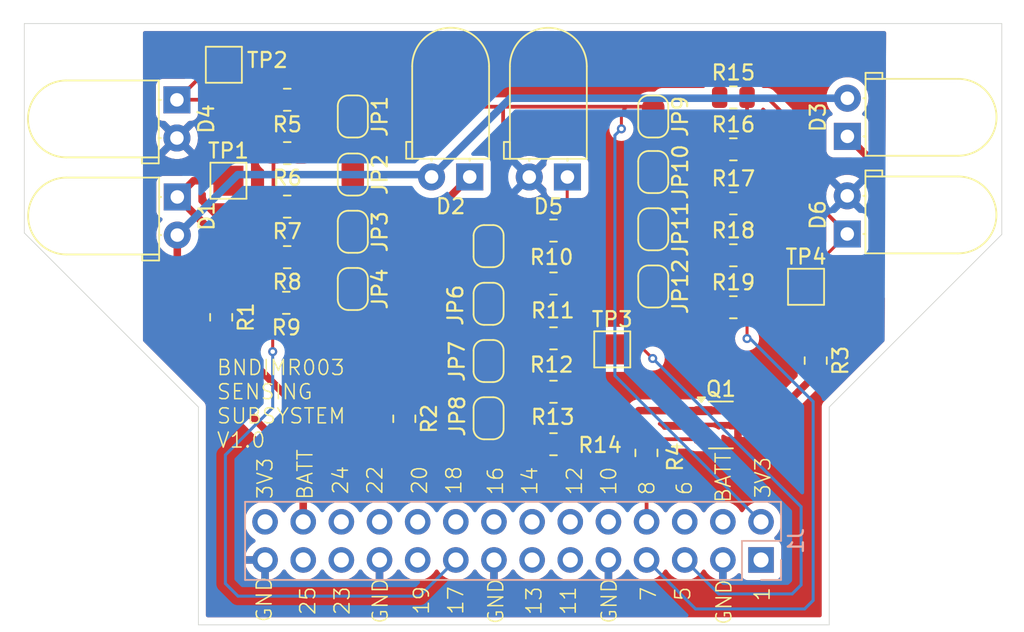
<source format=kicad_pcb>
(kicad_pcb (version 20240108) (generator "pcbnew") (generator_version "8.0")
  (layers (0 "F.Cu" signal) (31 "B.Cu" signal) (34 "B.Paste" user) (35 "F.Paste" user) (36 "B.SilkS" user "B.Silkscreen") (37 "F.SilkS" user "F.Silkscreen") (38 "B.Mask" user) (39 "F.Mask" user) (44 "Edge.Cuts" user))
  (net 0 "")
  (net 1 "Net-(D1-K)")
  (net 2 "BATT")
  (net 3 "Net-(D2-K)")
  (net 4 "Net-(D3-K)")
  (net 5 "/PA4")
  (net 6 "GND")
  (net 7 "/PA5")
  (net 8 "/PA6")
  (net 9 "/PE11")
  (net 10 "/RESV1")
  (net 11 "3V3")
  (net 12 "/PE13")
  (net 13 "/PA3")
  (net 14 "/PA7")
  (net 15 "/PE12")
  (net 16 "/PE8")
  (net 17 "/PE14")
  (net 18 "/RESV2")
  (net 19 "/PE15")
  (net 20 "/PE9")
  (net 21 "/PE10")
  (net 22 "/PC4")
  (net 23 "/AB0")
  (net 24 "/PC5")
  (net 25 "/RESV3")
  (net 26 "Net-(JP1-B)")
  (net 27 "Net-(JP2-B)")
  (net 28 "Net-(JP3-B)")
  (net 29 "Net-(JP4-B)")
  (net 30 "Net-(JP6-B)")
  (net 31 "Net-(JP7-B)")
  (net 32 "Net-(Q1-C)")
  (net 33 "Net-(Q1-B)")
  (net 34 "Net-(JP5-B)")
  (net 35 "Net-(JP8-B)")
  (net 36 "Net-(JP10-A)")
  (net 37 "Net-(JP10-B)")
  (net 38 "Net-(JP11-B)")
  (net 39 "Net-(JP12-B)")
  (footprint "Resistor_SMD:R_0805_2012Metric" (layer "F.Cu") (at 68.7825 83.98 180)
    (property "Reference" "R8" (at 0 -1.65 180) (layer "F.SilkS"))
    (property "Value" "12k")
    (pad "1" smd roundrect (at -0.9125 0 180) (size 1.025 1.4) (layers "F.Cu" "F.Paste" "F.Mask") (roundrect_rratio 0.243902) (net 28 "Net-(JP3-B)"))
    (pad "2" smd roundrect (at 0.9125 0 180) (size 1.025 1.4) (layers "F.Cu" "F.Paste" "F.Mask") (roundrect_rratio 0.243902) (net 14 "/PA7"))
  )
  (footprint "Resistor_SMD:R_0805_2012Metric" (layer "F.Cu") (at 76.581 94.7401 -90)
    (property "Reference" "R2" (at 0 -1.65 90) (layer "F.SilkS"))
    (property "Value" "47")
    (pad "1" smd roundrect (at -0.9125 0 270) (size 1.025 1.4) (layers "F.Cu" "F.Paste" "F.Mask") (roundrect_rratio 0.243902) (net 3 "Net-(D2-K)"))
    (pad "2" smd roundrect (at 0.9125 0 270) (size 1.025 1.4) (layers "F.Cu" "F.Paste" "F.Mask") (roundrect_rratio 0.243902) (net 32 "Net-(Q1-C)"))
  )
  (footprint "Jumper:SolderJumper-2_P1.3mm_Open_RoundedPad1.0x1.5mm" (layer "F.Cu") (at 73.152 86.1 -90)
    (property "Reference" "JP4" (at 0 -1.8 90) (layer "F.SilkS"))
    (property "Value" "SoJMP_Opn")
    (pad "1" smd custom (at -0.65 0 270) (size 1 0.5) (layers "F.Cu" "F.Mask") (net 28 "Net-(JP3-B)") (options (clearance outline) (anchor rect)) (primitives (gr_circle (center 0 0.25) (end 0.5 0.25) (width 0) (fill yes)) (gr_circle (center 0 -0.25) (end 0.5 -0.25) (width 0) (fill yes)) (gr_poly (pts (xy 0.5 0.75) (xy 0 0.75) (xy 0 -0.75) (xy 0.5 -0.75)) (width 0) (fill yes))))
    (pad "2" smd custom (at 0.65 0 270) (size 1 0.5) (layers "F.Cu" "F.Mask") (net 29 "Net-(JP4-B)") (options (clearance outline) (anchor rect)) (primitives (gr_circle (center 0 0.25) (end 0.5 0.25) (width 0) (fill yes)) (gr_circle (center 0 -0.25) (end 0.5 -0.25) (width 0) (fill yes)) (gr_poly (pts (xy 0 0.75) (xy -0.5 0.75) (xy -0.5 -0.75) (xy 0 -0.75)) (width 0) (fill yes))))
  )
  (footprint "Jumper:SolderJumper-2_P1.3mm_Open_RoundedPad1.0x1.5mm" (layer "F.Cu") (at 73.152 74.6148 -90)
    (property "Reference" "JP1" (at 0 -1.8 90) (layer "F.SilkS"))
    (property "Value" "SoJMP_Opn")
    (pad "1" smd custom (at -0.65 0 270) (size 1 0.5) (layers "F.Cu" "F.Mask") (net 11 "3V3") (options (clearance outline) (anchor rect)) (primitives (gr_circle (center 0 0.25) (end 0.5 0.25) (width 0) (fill yes)) (gr_circle (center 0 -0.25) (end 0.5 -0.25) (width 0) (fill yes)) (gr_poly (pts (xy 0.5 0.75) (xy 0 0.75) (xy 0 -0.75) (xy 0.5 -0.75)) (width 0) (fill yes))))
    (pad "2" smd custom (at 0.65 0 270) (size 1 0.5) (layers "F.Cu" "F.Mask") (net 26 "Net-(JP1-B)") (options (clearance outline) (anchor rect)) (primitives (gr_circle (center 0 0.25) (end 0.5 0.25) (width 0) (fill yes)) (gr_circle (center 0 -0.25) (end 0.5 -0.25) (width 0) (fill yes)) (gr_poly (pts (xy 0 0.75) (xy -0.5 0.75) (xy -0.5 -0.75) (xy 0 -0.75)) (width 0) (fill yes))))
  )
  (footprint "Resistor_SMD:R_0805_2012Metric" (layer "F.Cu") (at 98.4869 76.8032)
    (property "Reference" "R16" (at 0 -1.65 0) (layer "F.SilkS"))
    (property "Value" "220k")
    (pad "1" smd roundrect (at -0.9125 0) (size 1.025 1.4) (layers "F.Cu" "F.Paste" "F.Mask") (roundrect_rratio 0.243902) (net 36 "Net-(JP10-A)"))
    (pad "2" smd roundrect (at 0.9125 0) (size 1.025 1.4) (layers "F.Cu" "F.Paste" "F.Mask") (roundrect_rratio 0.243902) (net 5 "/PA4"))
  )
  (footprint "Resistor_SMD:R_0805_2012Metric" (layer "F.Cu") (at 86.5125 96.4349)
    (property "Reference" "R14" (at 3.0987 0.0597 0) (layer "F.SilkS"))
    (property "Value" "10k")
    (pad "1" smd roundrect (at -0.9125 0) (size 1.025 1.4) (layers "F.Cu" "F.Paste" "F.Mask") (roundrect_rratio 0.243902) (net 35 "Net-(JP8-B)"))
    (pad "2" smd roundrect (at 0.9125 0) (size 1.025 1.4) (layers "F.Cu" "F.Paste" "F.Mask") (roundrect_rratio 0.243902) (net 13 "/PA3"))
  )
  (footprint "Jumper:SolderJumper-2_P1.3mm_Open_RoundedPad1.0x1.5mm" (layer "F.Cu") (at 93.1529 85.9332 -90)
    (property "Reference" "JP12" (at 0 -1.8 90) (layer "F.SilkS"))
    (property "Value" "SoJMP_Opn")
    (pad "1" smd custom (at -0.65 0 270) (size 1 0.5) (layers "F.Cu" "F.Mask") (net 38 "Net-(JP11-B)") (options (clearance outline) (anchor rect)) (primitives (gr_circle (center 0 0.25) (end 0.5 0.25) (width 0) (fill yes)) (gr_circle (center 0 -0.25) (end 0.5 -0.25) (width 0) (fill yes)) (gr_poly (pts (xy 0.5 0.75) (xy 0 0.75) (xy 0 -0.75) (xy 0.5 -0.75)) (width 0) (fill yes))))
    (pad "2" smd custom (at 0.65 0 270) (size 1 0.5) (layers "F.Cu" "F.Mask") (net 39 "Net-(JP12-B)") (options (clearance outline) (anchor rect)) (primitives (gr_circle (center 0 0.25) (end 0.5 0.25) (width 0) (fill yes)) (gr_circle (center 0 -0.25) (end 0.5 -0.25) (width 0) (fill yes)) (gr_poly (pts (xy 0 0.75) (xy -0.5 0.75) (xy -0.5 -0.75) (xy 0 -0.75)) (width 0) (fill yes))))
  )
  (footprint "Resistor_SMD:R_0805_2012Metric" (layer "F.Cu") (at 103.9714 90.8693 -90)
    (property "Reference" "R3" (at 0 -1.65 90) (layer "F.SilkS"))
    (property "Value" "47")
    (pad "1" smd roundrect (at -0.9125 0 270) (size 1.025 1.4) (layers "F.Cu" "F.Paste" "F.Mask") (roundrect_rratio 0.243902) (net 4 "Net-(D3-K)"))
    (pad "2" smd roundrect (at 0.9125 0 270) (size 1.025 1.4) (layers "F.Cu" "F.Paste" "F.Mask") (roundrect_rratio 0.243902) (net 32 "Net-(Q1-C)"))
  )
  (footprint "Jumper:SolderJumper-2_P1.3mm_Open_RoundedPad1.0x1.5mm" (layer "F.Cu") (at 73.152 78.48 -90)
    (property "Reference" "JP2" (at 0 -1.8 90) (layer "F.SilkS"))
    (property "Value" "SoJMP_Opn")
    (pad "1" smd custom (at -0.65 0 270) (size 1 0.5) (layers "F.Cu" "F.Mask") (net 26 "Net-(JP1-B)") (options (clearance outline) (anchor rect)) (primitives (gr_circle (center 0 0.25) (end 0.5 0.25) (width 0) (fill yes)) (gr_circle (center 0 -0.25) (end 0.5 -0.25) (width 0) (fill yes)) (gr_poly (pts (xy 0.5 0.75) (xy 0 0.75) (xy 0 -0.75) (xy 0.5 -0.75)) (width 0) (fill yes))))
    (pad "2" smd custom (at 0.65 0 270) (size 1 0.5) (layers "F.Cu" "F.Mask") (net 27 "Net-(JP2-B)") (options (clearance outline) (anchor rect)) (primitives (gr_circle (center 0 0.25) (end 0.5 0.25) (width 0) (fill yes)) (gr_circle (center 0 -0.25) (end 0.5 -0.25) (width 0) (fill yes)) (gr_poly (pts (xy 0 0.75) (xy -0.5 0.75) (xy -0.5 -0.75) (xy 0 -0.75)) (width 0) (fill yes))))
  )
  (footprint "Resistor_SMD:R_0805_2012Metric" (layer "F.Cu") (at 64.389 87.9837 -90)
    (property "Reference" "R1" (at 0 -1.65 90) (layer "F.SilkS"))
    (property "Value" "47")
    (pad "1" smd roundrect (at -0.9125 0 270) (size 1.025 1.4) (layers "F.Cu" "F.Paste" "F.Mask") (roundrect_rratio 0.243902) (net 1 "Net-(D1-K)"))
    (pad "2" smd roundrect (at 0.9125 0 270) (size 1.025 1.4) (layers "F.Cu" "F.Paste" "F.Mask") (roundrect_rratio 0.243902) (net 32 "Net-(Q1-C)"))
  )
  (footprint "TestPoint:TestPoint_Pad_2.0x2.0mm" (layer "F.Cu") (at 64.5668 71.1708)
    (property "Reference" "TP2" (at 2.8956 -0.3048 0) (layer "F.SilkS"))
    (property "Value" "TestPoint")
    (pad "1" smd rect (at 0 0) (size 2 2) (layers "F.Cu" "F.Mask") (net 14 "/PA7"))
  )
  (footprint "LED_THT:LED_D5.0mm_Horizontal_O1.27mm_Z3.0mm_Clear" (layer "F.Cu") (at 80.935 78.6384 180)
    (property "Reference" "D2" (at 1.27 -1.96 180) (layer "F.SilkS"))
    (property "Value" "LED")
    (pad "1" thru_hole rect (at 0 0 180) (size 1.8 1.8) (drill 0.9) (layers "*.Cu" "*.Mask") (net 3 "Net-(D2-K)"))
    (pad "2" thru_hole circle (at 2.54 0 180) (size 1.8 1.8) (drill 0.9) (layers "*.Cu" "*.Mask") (net 2 "BATT"))
  )
  (footprint "Jumper:SolderJumper-2_P1.3mm_Open_RoundedPad1.0x1.5mm" (layer "F.Cu") (at 73.152 82.29 -90)
    (property "Reference" "JP3" (at 0 -1.8 90) (layer "F.SilkS"))
    (property "Value" "SoJMP_Opn")
    (pad "1" smd custom (at -0.65 0 270) (size 1 0.5) (layers "F.Cu" "F.Mask") (net 27 "Net-(JP2-B)") (options (clearance outline) (anchor rect)) (primitives (gr_circle (center 0 0.25) (end 0.5 0.25) (width 0) (fill yes)) (gr_circle (center 0 -0.25) (end 0.5 -0.25) (width 0) (fill yes)) (gr_poly (pts (xy 0.5 0.75) (xy 0 0.75) (xy 0 -0.75) (xy 0.5 -0.75)) (width 0) (fill yes))))
    (pad "2" smd custom (at 0.65 0 270) (size 1 0.5) (layers "F.Cu" "F.Mask") (net 28 "Net-(JP3-B)") (options (clearance outline) (anchor rect)) (primitives (gr_circle (center 0 0.25) (end 0.5 0.25) (width 0) (fill yes)) (gr_circle (center 0 -0.25) (end 0.5 -0.25) (width 0) (fill yes)) (gr_poly (pts (xy 0 0.75) (xy -0.5 0.75) (xy -0.5 -0.75) (xy 0 -0.75)) (width 0) (fill yes))))
  )
  (footprint "Jumper:SolderJumper-2_P1.3mm_Open_RoundedPad1.0x1.5mm" (layer "F.Cu") (at 93.1529 78.3132 -90)
    (property "Reference" "JP10" (at 0 -1.8 90) (layer "F.SilkS"))
    (property "Value" "SoJMP_Opn")
    (pad "1" smd custom (at -0.65 0 270) (size 1 0.5) (layers "F.Cu" "F.Mask") (net 36 "Net-(JP10-A)") (options (clearance outline) (anchor rect)) (primitives (gr_circle (center 0 0.25) (end 0.5 0.25) (width 0) (fill yes)) (gr_circle (center 0 -0.25) (end 0.5 -0.25) (width 0) (fill yes)) (gr_poly (pts (xy 0.5 0.75) (xy 0 0.75) (xy 0 -0.75) (xy 0.5 -0.75)) (width 0) (fill yes))))
    (pad "2" smd custom (at 0.65 0 270) (size 1 0.5) (layers "F.Cu" "F.Mask") (net 37 "Net-(JP10-B)") (options (clearance outline) (anchor rect)) (primitives (gr_circle (center 0 0.25) (end 0.5 0.25) (width 0) (fill yes)) (gr_circle (center 0 -0.25) (end 0.5 -0.25) (width 0) (fill yes)) (gr_poly (pts (xy 0 0.75) (xy -0.5 0.75) (xy -0.5 -0.75) (xy 0 -0.75)) (width 0) (fill yes))))
  )
  (footprint "TestPoint:TestPoint_Pad_2.0x2.0mm" (layer "F.Cu") (at 90.424 90.1192)
    (property "Reference" "TP3" (at 0 -1.998 0) (layer "F.SilkS"))
    (property "Value" "TestPoint")
    (pad "1" smd rect (at 0 0) (size 2 2) (layers "F.Cu" "F.Mask") (net 13 "/PA3"))
  )
  (footprint "LED_THT:LED_D5.0mm_Horizontal_O1.27mm_Z3.0mm_Clear" (layer "F.Cu") (at 87.44 78.643 180)
    (property "Reference" "D5" (at 1.27 -1.96 180) (layer "F.SilkS"))
    (property "Value" "D_Photo")
    (pad "1" thru_hole rect (at 0 0 180) (size 1.8 1.8) (drill 0.9) (layers "*.Cu" "*.Mask") (net 13 "/PA3"))
    (pad "2" thru_hole circle (at 2.54 0 180) (size 1.8 1.8) (drill 0.9) (layers "*.Cu" "*.Mask") (net 6 "GND"))
  )
  (footprint "LED_THT:LED_D5.0mm_Horizontal_O1.27mm_Z3.0mm_Clear" (layer "F.Cu") (at 106.0704 82.4384 90)
    (property "Reference" "D6" (at 1.27 -1.96 -90) (layer "F.SilkS"))
    (property "Value" "D_Photo")
    (pad "1" thru_hole rect (at 0 0 90) (size 1.8 1.8) (drill 0.9) (layers "*.Cu" "*.Mask") (net 5 "/PA4"))
    (pad "2" thru_hole circle (at 2.54 0 90) (size 1.8 1.8) (drill 0.9) (layers "*.Cu" "*.Mask") (net 6 "GND"))
  )
  (footprint "Resistor_SMD:R_0805_2012Metric" (layer "F.Cu") (at 86.5125 92.9409)
    (property "Reference" "R13" (at -0.0509 1.6836 0) (layer "F.SilkS"))
    (property "Value" "12k")
    (pad "1" smd roundrect (at -0.9125 0) (size 1.025 1.4) (layers "F.Cu" "F.Paste" "F.Mask") (roundrect_rratio 0.243902) (net 31 "Net-(JP7-B)"))
    (pad "2" smd roundrect (at 0.9125 0) (size 1.025 1.4) (layers "F.Cu" "F.Paste" "F.Mask") (roundrect_rratio 0.243902) (net 13 "/PA3"))
  )
  (footprint "Resistor_SMD:R_0805_2012Metric" (layer "F.Cu") (at 98.4869 80.3992)
    (property "Reference" "R17" (at 0 -1.65 0) (layer "F.SilkS"))
    (property "Value" "100k")
    (pad "1" smd roundrect (at -0.9125 0) (size 1.025 1.4) (layers "F.Cu" "F.Paste" "F.Mask") (roundrect_rratio 0.243902) (net 37 "Net-(JP10-B)"))
    (pad "2" smd roundrect (at 0.9125 0) (size 1.025 1.4) (layers "F.Cu" "F.Paste" "F.Mask") (roundrect_rratio 0.243902) (net 5 "/PA4"))
  )
  (footprint "Jumper:SolderJumper-2_P1.3mm_Open_RoundedPad1.0x1.5mm" (layer "F.Cu") (at 82.1926 94.7059 -90)
    (property "Reference" "JP8" (at -0.1417 2.081 90) (layer "F.SilkS"))
    (property "Value" "SoJMP_Opn")
    (pad "1" smd custom (at -0.65 0 270) (size 1 0.5) (layers "F.Cu" "F.Mask") (net 31 "Net-(JP7-B)") (options (clearance outline) (anchor rect)) (primitives (gr_circle (center 0 0.25) (end 0.5 0.25) (width 0) (fill yes)) (gr_circle (center 0 -0.25) (end 0.5 -0.25) (width 0) (fill yes)) (gr_poly (pts (xy 0.5 0.75) (xy 0 0.75) (xy 0 -0.75) (xy 0.5 -0.75)) (width 0) (fill yes))))
    (pad "2" smd custom (at 0.65 0 270) (size 1 0.5) (layers "F.Cu" "F.Mask") (net 35 "Net-(JP8-B)") (options (clearance outline) (anchor rect)) (primitives (gr_circle (center 0 0.25) (end 0.5 0.25) (width 0) (fill yes)) (gr_circle (center 0 -0.25) (end 0.5 -0.25) (width 0) (fill yes)) (gr_poly (pts (xy 0 0.75) (xy -0.5 0.75) (xy -0.5 -0.75) (xy 0 -0.75)) (width 0) (fill yes))))
  )
  (footprint "Resistor_SMD:R_0805_2012Metric" (layer "F.Cu") (at 86.5125 82.2099)
    (property "Reference" "R10" (at -0.1271 1.772 0) (layer "F.SilkS"))
    (property "Value" "220k")
    (pad "1" smd roundrect (at -0.9125 0) (size 1.025 1.4) (layers "F.Cu" "F.Paste" "F.Mask") (roundrect_rratio 0.243902) (net 11 "3V3"))
    (pad "2" smd roundrect (at 0.9125 0) (size 1.025 1.4) (layers "F.Cu" "F.Paste" "F.Mask") (roundrect_rratio 0.243902) (net 13 "/PA3"))
  )
  (footprint "Jumper:SolderJumper-2_P1.3mm_Open_RoundedPad1.0x1.5mm" (layer "F.Cu") (at 82.1926 87.0859 -90)
    (property "Reference" "JP6" (at 0.0964 2.208 90) (layer "F.SilkS"))
    (property "Value" "SoJMP_Opn")
    (pad "1" smd custom (at -0.65 0 270) (size 1 0.5) (layers "F.Cu" "F.Mask") (net 34 "Net-(JP5-B)") (options (clearance outline) (anchor rect)) (primitives (gr_circle (center 0 0.25) (end 0.5 0.25) (width 0) (fill yes)) (gr_circle (center 0 -0.25) (end 0.5 -0.25) (width 0) (fill yes)) (gr_poly (pts (xy 0.5 0.75) (xy 0 0.75) (xy 0 -0.75) (xy 0.5 -0.75)) (width 0) (fill yes))))
    (pad "2" smd custom (at 0.65 0 270) (size 1 0.5) (layers "F.Cu" "F.Mask") (net 30 "Net-(JP6-B)") (options (clearance outline) (anchor rect)) (primitives (gr_circle (center 0 0.25) (end 0.5 0.25) (width 0) (fill yes)) (gr_circle (center 0 -0.25) (end 0.5 -0.25) (width 0) (fill yes)) (gr_poly (pts (xy 0 0.75) (xy -0.5 0.75) (xy -0.5 -0.75) (xy 0 -0.75)) (width 0) (fill yes))))
  )
  (footprint "TestPoint:TestPoint_Pad_2.0x2.0mm" (layer "F.Cu") (at 103.3272 85.9536)
    (property "Reference" "TP4" (at 0 -1.998 0) (layer "F.SilkS"))
    (property "Value" "TestPoint")
    (pad "1" smd rect (at 0 0) (size 2 2) (layers "F.Cu" "F.Mask") (net 5 "/PA4"))
  )
  (footprint "Resistor_SMD:R_0805_2012Metric" (layer "F.Cu") (at 98.4869 73.3452)
    (property "Reference" "R15" (at 0 -1.65 0) (layer "F.SilkS"))
    (property "Value" "220k")
    (pad "1" smd roundrect (at -0.9125 0) (size 1.025 1.4) (layers "F.Cu" "F.Paste" "F.Mask") (roundrect_rratio 0.243902) (net 11 "3V3"))
    (pad "2" smd roundrect (at 0.9125 0) (size 1.025 1.4) (layers "F.Cu" "F.Paste" "F.Mask") (roundrect_rratio 0.243902) (net 5 "/PA4"))
  )
  (footprint "TestPoint:TestPoint_Pad_2.0x2.0mm" (layer "F.Cu") (at 64.8716 78.8924)
    (property "Reference" "TP1" (at 0 -1.998 0) (layer "F.SilkS"))
    (property "Value" "TestPoint")
    (pad "1" smd rect (at 0 0) (size 2 2) (layers "F.Cu" "F.Mask") (net 1 "Net-(D1-K)"))
  )
  (footprint "Jumper:SolderJumper-2_P1.3mm_Open_RoundedPad1.0x1.5mm" (layer "F.Cu") (at 82.1926 83.2459 -90)
    (property "Reference" "JP5" (hide yes))
    (property "Value" "SoJMP_Opn")
    (pad "1" smd custom (at -0.65 0 270) (size 1 0.5) (layers "F.Cu" "F.Mask") (net 11 "3V3") (options (clearance outline) (anchor rect)) (primitives (gr_circle (center 0 0.25) (end 0.5 0.25) (width 0) (fill yes)) (gr_circle (center 0 -0.25) (end 0.5 -0.25) (width 0) (fill yes)) (gr_poly (pts (xy 0.5 0.75) (xy 0 0.75) (xy 0 -0.75) (xy 0.5 -0.75)) (width 0) (fill yes))))
    (pad "2" smd custom (at 0.65 0 270) (size 1 0.5) (layers "F.Cu" "F.Mask") (net 34 "Net-(JP5-B)") (options (clearance outline) (anchor rect)) (primitives (gr_circle (center 0 0.25) (end 0.5 0.25) (width 0) (fill yes)) (gr_circle (center 0 -0.25) (end 0.5 -0.25) (width 0) (fill yes)) (gr_poly (pts (xy 0 0.75) (xy -0.5 0.75) (xy -0.5 -0.75) (xy 0 -0.75)) (width 0) (fill yes))))
  )
  (footprint "Resistor_SMD:R_0805_2012Metric" (layer "F.Cu") (at 68.7245 87.02 180)
    (property "Reference" "R9" (at 0 -1.65 180) (layer "F.SilkS"))
    (property "Value" "10k")
    (pad "1" smd roundrect (at -0.9125 0 180) (size 1.025 1.4) (layers "F.Cu" "F.Paste" "F.Mask") (roundrect_rratio 0.243902) (net 29 "Net-(JP4-B)"))
    (pad "2" smd roundrect (at 0.9125 0 180) (size 1.025 1.4) (layers "F.Cu" "F.Paste" "F.Mask") (roundrect_rratio 0.243902) (net 14 "/PA7"))
  )
  (footprint "Resistor_SMD:R_0805_2012Metric" (layer "F.Cu") (at 68.7865 77.056 180)
    (property "Reference" "R6" (at 0 -1.65 180) (layer "F.SilkS"))
    (property "Value" "220k")
    (pad "1" smd roundrect (at -0.9125 0 180) (size 1.025 1.4) (layers "F.Cu" "F.Paste" "F.Mask") (roundrect_rratio 0.243902) (net 26 "Net-(JP1-B)"))
    (pad "2" smd roundrect (at 0.9125 0 180) (size 1.025 1.4) (layers "F.Cu" "F.Paste" "F.Mask") (roundrect_rratio 0.243902) (net 14 "/PA7"))
  )
  (footprint "Package_TO_SOT_SMD:SOT-23-3" (layer "F.Cu") (at 97.6575 95.15)
    (property "Reference" "Q1" (at 0 -2.4 0) (layer "F.SilkS"))
    (property "Value" "SS8050")
    (pad "1" smd roundrect (at -1.1375 -0.95) (size 1.325 0.6) (layers "F.Cu" "F.Paste" "F.Mask") (net 32 "Net-(Q1-C)"))
    (pad "2" smd roundrect (at -1.1375 0.95) (size 1.325 0.6) (layers "F.Cu" "F.Paste" "F.Mask") (net 33 "Net-(Q1-B)"))
    (pad "3" smd roundrect (at 1.1375 0) (size 1.325 0.6) (layers "F.Cu" "F.Paste" "F.Mask") (net 6 "GND"))
  )
  (footprint "LED_THT:LED_D5.0mm_Horizontal_O1.27mm_Z3.0mm_Clear" (layer "F.Cu") (at 61.4416 73.5076 -90)
    (property "Reference" "D4" (at 1.27 -1.96 -90) (layer "F.SilkS"))
    (property "Value" "D_Photo")
    (pad "1" thru_hole rect (at 0 0 270) (size 1.8 1.8) (drill 0.9) (layers "*.Cu" "*.Mask") (net 14 "/PA7"))
    (pad "2" thru_hole circle (at 2.54 0 270) (size 1.8 1.8) (drill 0.9) (layers "*.Cu" "*.Mask") (net 6 "GND"))
  )
  (footprint "Jumper:SolderJumper-2_P1.3mm_Open_RoundedPad1.0x1.5mm" (layer "F.Cu") (at 93.1529 74.6152 -90)
    (property "Reference" "JP9" (at 0 -1.8 90) (layer "F.SilkS"))
    (property "Value" "SoJMP_Opn")
    (pad "1" smd custom (at -0.65 0 270) (size 1 0.5) (layers "F.Cu" "F.Mask") (net 11 "3V3") (options (clearance outline) (anchor rect)) (primitives (gr_circle (center 0 0.25) (end 0.5 0.25) (width 0) (fill yes)) (gr_circle (center 0 -0.25) (end 0.5 -0.25) (width 0) (fill yes)) (gr_poly (pts (xy 0.5 0.75) (xy 0 0.75) (xy 0 -0.75) (xy 0.5 -0.75)) (width 0) (fill yes))))
    (pad "2" smd custom (at 0.65 0 270) (size 1 0.5) (layers "F.Cu" "F.Mask") (net 36 "Net-(JP10-A)") (options (clearance outline) (anchor rect)) (primitives (gr_circle (center 0 0.25) (end 0.5 0.25) (width 0) (fill yes)) (gr_circle (center 0 -0.25) (end 0.5 -0.25) (width 0) (fill yes)) (gr_poly (pts (xy 0 0.75) (xy -0.5 0.75) (xy -0.5 -0.75) (xy 0 -0.75)) (width 0) (fill yes))))
  )
  (footprint "Resistor_SMD:R_0805_2012Metric" (layer "F.Cu") (at 98.4869 83.8572)
    (property "Reference" "R18" (at 0 -1.65 0) (layer "F.SilkS"))
    (property "Value" "12k")
    (pad "1" smd roundrect (at -0.9125 0) (size 1.025 1.4) (layers "F.Cu" "F.Paste" "F.Mask") (roundrect_rratio 0.243902) (net 38 "Net-(JP11-B)"))
    (pad "2" smd roundrect (at 0.9125 0) (size 1.025 1.4) (layers "F.Cu" "F.Paste" "F.Mask") (roundrect_rratio 0.243902) (net 5 "/PA4"))
  )
  (footprint "Jumper:SolderJumper-2_P1.3mm_Open_RoundedPad1.0x1.5mm" (layer "F.Cu") (at 93.1529 82.1232 -90)
    (property "Reference" "JP11" (at 0 -1.8 90) (layer "F.SilkS"))
    (property "Value" "SoJMP_Opn")
    (pad "1" smd custom (at -0.65 0 270) (size 1 0.5) (layers "F.Cu" "F.Mask") (net 37 "Net-(JP10-B)") (options (clearance outline) (anchor rect)) (primitives (gr_circle (center 0 0.25) (end 0.5 0.25) (width 0) (fill yes)) (gr_circle (center 0 -0.25) (end 0.5 -0.25) (width 0) (fill yes)) (gr_poly (pts (xy 0.5 0.75) (xy 0 0.75) (xy 0 -0.75) (xy 0.5 -0.75)) (width 0) (fill yes))))
    (pad "2" smd custom (at 0.65 0 270) (size 1 0.5) (layers "F.Cu" "F.Mask") (net 38 "Net-(JP11-B)") (options (clearance outline) (anchor rect)) (primitives (gr_circle (center 0 0.25) (end 0.5 0.25) (width 0) (fill yes)) (gr_circle (center 0 -0.25) (end 0.5 -0.25) (width 0) (fill yes)) (gr_poly (pts (xy 0 0.75) (xy -0.5 0.75) (xy -0.5 -0.75) (xy 0 -0.75)) (width 0) (fill yes))))
  )
  (footprint "Resistor_SMD:R_0805_2012Metric" (layer "F.Cu") (at 86.5125 85.7349)
    (property "Reference" "R11" (at -0.0509 1.803 0) (layer "F.SilkS"))
    (property "Value" "220k")
    (pad "1" smd roundrect (at -0.9125 0) (size 1.025 1.4) (layers "F.Cu" "F.Paste" "F.Mask") (roundrect_rratio 0.243902) (net 34 "Net-(JP5-B)"))
    (pad "2" smd roundrect (at 0.9125 0) (size 1.025 1.4) (layers "F.Cu" "F.Paste" "F.Mask") (roundrect_rratio 0.243902) (net 13 "/PA3"))
  )
  (footprint "Resistor_SMD:R_0805_2012Metric" (layer "F.Cu") (at 86.5125 89.3849)
    (property "Reference" "R12" (at -0.1271 1.7598 0) (layer "F.SilkS"))
    (property "Value" "100k")
    (pad "1" smd roundrect (at -0.9125 0) (size 1.025 1.4) (layers "F.Cu" "F.Paste" "F.Mask") (roundrect_rratio 0.243902) (net 30 "Net-(JP6-B)"))
    (pad "2" smd roundrect (at 0.9125 0) (size 1.025 1.4) (layers "F.Cu" "F.Paste" "F.Mask") (roundrect_rratio 0.243902) (net 13 "/PA3"))
  )
  (footprint "Jumper:SolderJumper-2_P1.3mm_Open_RoundedPad1.0x1.5mm" (layer "F.Cu") (at 82.1926 90.8959 -90)
    (property "Reference" "JP7" (at 0.0202 2.1064 90) (layer "F.SilkS"))
    (property "Value" "SoJMP_Opn")
    (pad "1" smd custom (at -0.65 0 270) (size 1 0.5) (layers "F.Cu" "F.Mask") (net 30 "Net-(JP6-B)") (options (clearance outline) (anchor rect)) (primitives (gr_circle (center 0 0.25) (end 0.5 0.25) (width 0) (fill yes)) (gr_circle (center 0 -0.25) (end 0.5 -0.25) (width 0) (fill yes)) (gr_poly (pts (xy 0.5 0.75) (xy 0 0.75) (xy 0 -0.75) (xy 0.5 -0.75)) (width 0) (fill yes))))
    (pad "2" smd custom (at 0.65 0 270) (size 1 0.5) (layers "F.Cu" "F.Mask") (net 31 "Net-(JP7-B)") (options (clearance outline) (anchor rect)) (primitives (gr_circle (center 0 0.25) (end 0.5 0.25) (width 0) (fill yes)) (gr_circle (center 0 -0.25) (end 0.5 -0.25) (width 0) (fill yes)) (gr_poly (pts (xy 0 0.75) (xy -0.5 0.75) (xy -0.5 -0.75) (xy 0 -0.75)) (width 0) (fill yes))))
  )
  (footprint "Resistor_SMD:R_0805_2012Metric" (layer "F.Cu") (at 92.7 97.0125 90)
    (property "Reference" "R4" (at -0.2695 1.915 -90) (layer "F.SilkS"))
    (property "Value" "2k7")
    (pad "1" smd roundrect (at -0.9125 0 90) (size 1.025 1.4) (layers "F.Cu" "F.Paste" "F.Mask") (roundrect_rratio 0.243902) (net 19 "/PE15"))
    (pad "2" smd roundrect (at 0.9125 0 90) (size 1.025 1.4) (layers "F.Cu" "F.Paste" "F.Mask") (roundrect_rratio 0.243902) (net 33 "Net-(Q1-B)"))
  )
  (footprint "Resistor_SMD:R_0805_2012Metric" (layer "F.Cu") (at 98.4869 87.3152)
    (property "Reference" "R19" (at 0 -1.65 0) (layer "F.SilkS"))
    (property "Value" "10k")
    (pad "1" smd roundrect (at -0.9125 0) (size 1.025 1.4) (layers "F.Cu" "F.Paste" "F.Mask") (roundrect_rratio 0.243902) (net 39 "Net-(JP12-B)"))
    (pad "2" smd roundrect (at 0.9125 0) (size 1.025 1.4) (layers "F.Cu" "F.Paste" "F.Mask") (roundrect_rratio 0.243902) (net 5 "/PA4"))
  )
  (footprint "Resistor_SMD:R_0805_2012Metric" (layer "F.Cu") (at 68.7825 80.612 180)
    (property "Reference" "R7" (at 0 -1.65 180) (layer "F.SilkS"))
    (property "Value" "100k")
    (pad "1" smd roundrect (at -0.9125 0 180) (size 1.025 1.4) (layers "F.Cu" "F.Paste" "F.Mask") (roundrect_rratio 0.243902) (net 27 "Net-(JP2-B)"))
    (pad "2" smd roundrect (at 0.9125 0 180) (size 1.025 1.4) (layers "F.Cu" "F.Paste" "F.Mask") (roundrect_rratio 0.243902) (net 14 "/PA7"))
  )
  (footprint "Resistor_SMD:R_0805_2012Metric" (layer "F.Cu") (at 68.7865 73.5 180)
    (property "Reference" "R5" (at 0 -1.65 180) (layer "F.SilkS"))
    (property "Value" "220k")
    (pad "1" smd roundrect (at -0.9125 0 180) (size 1.025 1.4) (layers "F.Cu" "F.Paste" "F.Mask") (roundrect_rratio 0.243902) (net 11 "3V3"))
    (pad "2" smd roundrect (at 0.9125 0 180) (size 1.025 1.4) (layers "F.Cu" "F.Paste" "F.Mask") (roundrect_rratio 0.243902) (net 14 "/PA7"))
  )
  (footprint "LED_THT:LED_D5.0mm_Horizontal_O1.27mm_Z3.0mm_Clear" (layer "F.Cu") (at 61.468 79.972 -90)
    (property "Reference" "D1" (at 1.27 -1.96 -90) (layer "F.SilkS"))
    (property "Value" "LED")
    (pad "1" thru_hole rect (at 0 0 270) (size 1.8 1.8) (drill 0.9) (layers "*.Cu" "*.Mask") (net 1 "Net-(D1-K)"))
    (pad "2" thru_hole circle (at 2.54 0 270) (size 1.8 1.8) (drill 0.9) (layers "*.Cu" "*.Mask") (net 2 "BATT"))
  )
  (footprint "LED_THT:LED_D5.0mm_Horizontal_O1.27mm_Z3.0mm_Clear" (layer "F.Cu") (at 106.0784 75.9398 90)
    (property "Reference" "D3" (at 1.27 -1.96 90) (layer "F.SilkS"))
    (property "Value" "LED")
    (pad "1" thru_hole rect (at 0 0 90) (size 1.8 1.8) (drill 0.9) (layers "*.Cu" "*.Mask") (net 4 "Net-(D3-K)"))
    (pad "2" thru_hole circle (at 2.54 0 90) (size 1.8 1.8) (drill 0.9) (layers "*.Cu" "*.Mask") (net 2 "BATT"))
  )
  (footprint "Connector_PinHeader_2.54mm:PinHeader_2x14_P2.54mm_Vertical" (layer "B.Cu") (at 100.33 104.14 90)
    (property "Reference" "J1" (at 1.27 2.33 -90) (layer "B.SilkS") (effects (justify mirror)))
    (property "Value" "Conn_02x14_Odd_Even" (hide yes))
    (pad "1" thru_hole rect (at 0 0 90) (size 1.7 1.7) (drill 1) (layers "*.Cu" "*.Mask") (net 25 "/RESV3"))
    (pad "2" thru_hole oval (at 2.54 0 90) (size 1.7 1.7) (drill 1) (layers "*.Cu" "*.Mask") (net 11 "3V3"))
    (pad "3" thru_hole oval (at 0 -2.54 90) (size 1.7 1.7) (drill 1) (layers "*.Cu" "*.Mask") (net 6 "GND"))
    (pad "4" thru_hole oval (at 2.54 -2.54 90) (size 1.7 1.7) (drill 1) (layers "*.Cu" "*.Mask") (net 2 "BATT"))
    (pad "5" thru_hole oval (at 0 -5.08 90) (size 1.7 1.7) (drill 1) (layers "*.Cu" "*.Mask") (net 13 "/PA3"))
    (pad "6" thru_hole oval (at 2.54 -5.08 90) (size 1.7 1.7) (drill 1) (layers "*.Cu" "*.Mask") (net 18 "/RESV2"))
    (pad "7" thru_hole oval (at 0 -7.62 90) (size 1.7 1.7) (drill 1) (layers "*.Cu" "*.Mask") (net 5 "/PA4"))
    (pad "8" thru_hole oval (at 2.54 -7.62 90) (size 1.7 1.7) (drill 1) (layers "*.Cu" "*.Mask") (net 19 "/PE15"))
    (pad "9" thru_hole oval (at 0 -10.16 90) (size 1.7 1.7) (drill 1) (layers "*.Cu" "*.Mask") (net 6 "GND"))
    (pad "10" thru_hole oval (at 2.54 -10.16 90) (size 1.7 1.7) (drill 1) (layers "*.Cu" "*.Mask") (net 17 "/PE14"))
    (pad "11" thru_hole oval (at 0 -12.7 90) (size 1.7 1.7) (drill 1) (layers "*.Cu" "*.Mask") (net 7 "/PA5"))
    (pad "12" thru_hole oval (at 2.54 -12.7 90) (size 1.7 1.7) (drill 1) (layers "*.Cu" "*.Mask") (net 12 "/PE13"))
    (pad "13" thru_hole oval (at 0 -15.24 90) (size 1.7 1.7) (drill 1) (layers "*.Cu" "*.Mask") (net 8 "/PA6"))
    (pad "14" thru_hole oval (at 2.54 -15.24 90) (size 1.7 1.7) (drill 1) (layers "*.Cu" "*.Mask") (net 15 "/PE12"))
    (pad "15" thru_hole oval (at 0 -17.78 90) (size 1.7 1.7) (drill 1) (layers "*.Cu" "*.Mask") (net 6 "GND"))
    (pad "16" thru_hole oval (at 2.54 -17.78 90) (size 1.7 1.7) (drill 1) (layers "*.Cu" "*.Mask") (net 9 "/PE11"))
    (pad "17" thru_hole oval (at 0 -20.32 90) (size 1.7 1.7) (drill 1) (layers "*.Cu" "*.Mask") (net 14 "/PA7"))
    (pad "18" thru_hole oval (at 2.54 -20.32 90) (size 1.7 1.7) (drill 1) (layers "*.Cu" "*.Mask") (net 21 "/PE10"))
    (pad "19" thru_hole oval (at 0 -22.86 90) (size 1.7 1.7) (drill 1) (layers "*.Cu" "*.Mask") (net 22 "/PC4"))
    (pad "20" thru_hole oval (at 2.54 -22.86 90) (size 1.7 1.7) (drill 1) (layers "*.Cu" "*.Mask") (net 20 "/PE9"))
    (pad "21" thru_hole oval (at 0 -25.4 90) (size 1.7 1.7) (drill 1) (layers "*.Cu" "*.Mask") (net 6 "GND"))
    (pad "22" thru_hole oval (at 2.54 -25.4 90) (size 1.7 1.7) (drill 1) (layers "*.Cu" "*.Mask") (net 16 "/PE8"))
    (pad "23" thru_hole oval (at 0 -27.94 90) (size 1.7 1.7) (drill 1) (layers "*.Cu" "*.Mask") (net 24 "/PC5"))
    (pad "24" thru_hole oval (at 2.54 -27.94 90) (size 1.7 1.7) (drill 1) (layers "*.Cu" "*.Mask") (net 10 "/RESV1"))
    (pad "25" thru_hole oval (at 0 -30.48 90) (size 1.7 1.7) (drill 1) (layers "*.Cu" "*.Mask") (net 23 "/AB0"))
    (pad "26" thru_hole oval (at 2.54 -30.48 90) (size 1.7 1.7) (drill 1) (layers "*.Cu" "*.Mask") (net 2 "BATT"))
    (pad "27" thru_hole oval (at 0 -33.02 90) (size 1.7 1.7) (drill 1) (layers "*.Cu" "*.Mask") (net 6 "GND"))
    (pad "28" thru_hole oval (at 2.54 -33.02 90) (size 1.7 1.7) (drill 1) (layers "*.Cu" "*.Mask") (net 11 "3V3"))
  )
  (gr_line (start 116.3574 82.4714) (end 116.3574 68.4276) (stroke (width 0.05)) (layer "Edge.Cuts"))
  (gr_line (start 51.2826 68.4276) (end 51.2826 82.3716) (stroke (width 0.05)) (layer "Edge.Cuts"))
  (gr_line (start 62.8708 93.958) (end 51.2844 82.3716) (stroke (width 0.05)) (layer "Edge.Cuts"))
  (gr_line (start 104.8708 93.958) (end 116.3574 82.4714) (stroke (width 0.05)) (layer "Edge.Cuts"))
  (gr_line (start 104.8708 108.458) (end 104.8708 93.958) (stroke (width 0.05)) (layer "Edge.Cuts"))
  (gr_line (start 51.2826 68.4276) (end 116.3574 68.4276) (stroke (width 0.05)) (layer "Edge.Cuts"))
  (gr_line (start 62.8708 108.458) (end 62.8708 93.958) (stroke (width 0.05)) (layer "Edge.Cuts"))
  (gr_line (start 104.8708 108.458) (end 62.8708 108.458) (stroke (width 0.05)) (layer "Edge.Cuts"))
  (gr_text "19" (at 78.3082 107.8484 90) (layer "F.SilkS") (effects (font (size 1 1) (thickness 0.1)) (justify left bottom)))
  (gr_text "12" (at 88.4936 99.8982 90) (layer "F.SilkS") (effects (font (size 1 1) (thickness 0.1)) (justify left bottom)))
  (gr_text "BATT" (at 70.5612 100.203 90) (layer "F.SilkS") (effects (font (size 1 1) (thickness 0.1)) (justify left bottom)))
  (gr_text "17" (at 80.5942 107.8484 90) (layer "F.SilkS") (effects (font (size 1 1) (thickness 0.1)) (justify left bottom)))
  (gr_text "BNDIMR003\nSENSING\nSUBSYSTEM \nV1.0\n" (at 64.0334 96.7486 0) (layer "F.SilkS") (effects (font (size 1 1) (thickness 0.1)) (justify left bottom)))
  (gr_text "GND" (at 67.8434 108.3564 90) (layer "F.SilkS") (effects (font (size 1 1) (thickness 0.1)) (justify left bottom)))
  (gr_text "11" (at 88.0872 107.8738 90) (layer "F.SilkS") (effects (font (size 1 1) (thickness 0.1)) (justify left bottom)))
  (gr_text "14" (at 85.5218 99.8982 90) (layer "F.SilkS") (effects (font (size 1 1) (thickness 0.1)) (justify left bottom)))
  (gr_text "20" (at 78.1812 99.8474 90) (layer "F.SilkS") (effects (font (size 1 1) (thickness 0.1)) (justify left bottom)))
  (gr_text "1" (at 100.9904 106.9594 90) (layer "F.SilkS") (effects (font (size 1 1) (thickness 0.1)) (justify left bottom)))
  (gr_text "25" (at 70.739 107.8738 90) (layer "F.SilkS") (effects (font (size 1 1) (thickness 0.1)) (justify left bottom)))
  (gr_text "8" (at 93.3196 99.8982 90) (layer "F.SilkS") (effects (font (size 1 1) (thickness 0.1)) (justify left bottom)))
  (gr_text "5" (at 95.7072 106.934 90) (layer "F.SilkS") (effects (font (size 1 1) (thickness 0.1)) (justify left bottom)))
  (gr_text "BATT" (at 98.3996 100.4062 90) (layer "F.SilkS") (effects (font (size 1 1) (thickness 0.1)) (justify left bottom)))
  (gr_text "24" (at 72.9234 99.8474 90) (layer "F.SilkS") (effects (font (size 1 1) (thickness 0.1)) (justify left bottom)))
  (gr_text "3V3" (at 67.8942 100.1522 90) (layer "F.SilkS") (effects (font (size 1 1) (thickness 0.1)) (justify left bottom)))
  (gr_text "22" (at 75.2094 99.8474 90) (layer "F.SilkS") (effects (font (size 1 1) (thickness 0.1)) (justify left bottom)))
  (gr_text "6" (at 95.8088 99.8982 90) (layer "F.SilkS") (effects (font (size 1 1) (thickness 0.1)) (justify left bottom)))
  (gr_text "3V3" (at 101.0412 100.1014 90) (layer "F.SilkS") (effects (font (size 1 1) (thickness 0.1)) (justify left bottom)))
  (gr_text "GND" (at 90.805 108.458 90) (layer "F.SilkS") (effects (font (size 1 1) (thickness 0.1)) (justify left bottom)))
  (gr_text "16" (at 83.2358 99.8982 90) (layer "F.SilkS") (effects (font (size 1 1) (thickness 0.1)) (justify left bottom)))
  (gr_text "GND" (at 83.2612 108.4834 90) (layer "F.SilkS") (effects (font (size 1 1) (thickness 0.1)) (justify left bottom)))
  (gr_text "10" (at 90.7796 99.8982 90) (layer "F.SilkS") (effects (font (size 1 1) (thickness 0.1)) (justify left bottom)))
  (gr_text "7" (at 93.4212 106.934 90) (layer "F.SilkS") (effects (font (size 1 1) (thickness 0.1)) (justify left bottom)))
  (gr_text "13" (at 85.8012 107.8738 90) (layer "F.SilkS") (effects (font (size 1 1) (thickness 0.1)) (justify left bottom)))
  (gr_text "23" (at 73.025 107.8738 90) (layer "F.SilkS") (effects (font (size 1 1) (thickness 0.1)) (justify left bottom)))
  (gr_text "GND" (at 75.565 108.458 90) (layer "F.SilkS") (effects (font (size 1 1) (thickness 0.1)) (justify left bottom)))
  (gr_text "GND" (at 98.4504 108.5342 90) (layer "F.SilkS") (effects (font (size 1 1) (thickness 0.1)) (justify left bottom)))
  (gr_text "18" (at 80.4672 99.8474 90) (layer "F.SilkS") (effects (font (size 1 1) (thickness 0.1)) (justify left bottom)))
  (segment (start 64.389 82.893) (end 64.389 87.0712) (width 0.5) (layer "F.Cu") (net 1))
  (segment (start 62.5476 78.8924) (end 64.8716 78.8924) (width 0.5) (layer "F.Cu") (net 1))
  (segment (start 61.468 79.972) (end 64.389 82.893) (width 0.5) (layer "F.Cu") (net 1))
  (segment (start 61.468 79.972) (end 62.5476 78.8924) (width 0.5) (layer "F.Cu") (net 1))
  (segment (start 61.467 89.6102) (end 69.85 97.9932) (width 0.5) (layer "F.Cu") (net 2))
  (segment (start 69.85 97.9932) (end 69.85 101.6) (width 0.5) (layer "F.Cu") (net 2))
  (segment (start 61.468 82.512) (end 61.467 82.513) (width 0.5) (layer "F.Cu") (net 2))
  (segment (start 61.467 82.513) (end 61.467 89.6102) (width 0.5) (layer "F.Cu") (net 2))
  (segment (start 65.494 78.486) (end 78.395 78.486) (width 0.5) (layer "B.Cu") (net 2))
  (segment (start 61.468 82.512) (end 65.494 78.486) (width 0.5) (layer "B.Cu") (net 2))
  (segment (start 83.6336 73.3998) (end 106.0784 73.3998) (width 0.5) (layer "B.Cu") (net 2))
  (segment (start 78.395 78.6384) (end 83.6336 73.3998) (width 0.5) (layer "B.Cu") (net 2))
  (segment (start 78.395 78.486) (end 78.395 78.6384) (width 0.5) (layer "B.Cu") (net 2))
  (segment (start 76.581 82.9924) (end 80.935 78.6384) (width 0.5) (layer "F.Cu") (net 3))
  (segment (start 76.581 93.8276) (end 76.581 82.9924) (width 0.5) (layer "F.Cu") (net 3))
  (segment (start 107.8992 77.7606) (end 106.0784 75.9398) (width 0.5) (layer "F.Cu") (net 4))
  (segment (start 107.8992 86.029) (end 107.8992 77.7606) (width 0.5) (layer "F.Cu") (net 4))
  (segment (start 103.9714 89.9568) (end 107.8992 86.029) (width 0.5) (layer "F.Cu") (net 4))
  (segment (start 100.7264 73.3452) (end 101.9556 74.5744) (width 0.25) (layer "F.Cu") (net 5))
  (segment (start 99.3994 89.3994) (end 99.3994 87.3152) (width 0.2) (layer "F.Cu") (net 5))
  (segment (start 99.3994 73.3452) (end 100.7264 73.3452) (width 0.25) (layer "F.Cu") (net 5))
  (segment (start 99.4 89.4) (end 99.3994 89.3994) (width 0.2) (layer "F.Cu") (net 5))
  (segment (start 103.3272 85.9536) (end 103.3272 85.1816) (width 0.2) (layer "F.Cu") (net 5))
  (segment (start 101.9556 78.3236) (end 106.0704 82.4384) (width 0.25) (layer "F.Cu") (net 5))
  (segment (start 103.3272 85.1816) (end 105.76988 82.73892) (width 0.2) (layer "F.Cu") (net 5))
  (segment (start 99.3994 83.8572) (end 99.3994 80.3992) (width 0.25) (layer "F.Cu") (net 5))
  (segment (start 99.3994 80.3992) (end 99.3994 76.8032) (width 0.25) (layer "F.Cu") (net 5))
  (segment (start 99.3994 87.3152) (end 99.3994 83.8572) (width 0.25) (layer "F.Cu") (net 5))
  (segment (start 101.9556 74.5744) (end 101.9556 78.3236) (width 0.25) (layer "F.Cu") (net 5))
  (segment (start 99.3994 76.8032) (end 99.3994 73.3452) (width 0.25) (layer "F.Cu") (net 5))
  (via (at 99.4 89.4) (size 0.6) (drill 0.3) (layers "F.Cu" "B.Cu") (net 5))
  (segment (start 103.8 93.6) (end 99.6 89.4) (width 0.2) (layer "B.Cu") (net 5))
  (segment (start 99.6 89.4) (end 99.4 89.4) (width 0.2) (layer "B.Cu") (net 5))
  (segment (start 103.2326 107.4) (end 103.8 106.8326) (width 0.2) (layer "B.Cu") (net 5))
  (segment (start 103.8 106.8326) (end 103.8 93.6) (width 0.2) (layer "B.Cu") (net 5))
  (segment (start 92.71 104.14) (end 95.97 107.4) (width 0.2) (layer "B.Cu") (net 5))
  (segment (start 95.97 107.4) (end 103.2326 107.4) (width 0.2) (layer "B.Cu") (net 5))
  (segment (start 106.0704 79.5528) (end 106.0568 79.5392) (width 0.25) (layer "B.Cu") (net 6))
  (segment (start 91.0336 75.438) (end 91.0336 74.3208) (width 0.2) (layer "F.Cu") (net 11))
  (segment (start 97.5744 73.3452) (end 93.7729 73.3452) (width 0.25) (layer "F.Cu") (net 11))
  (segment (start 91.3892 73.9652) (end 83.1596 73.9652) (width 0.25) (layer "F.Cu") (net 11))
  (segment (start 69.699 73.5) (end 72.6872 73.5) (width 0.2) (layer "F.Cu") (net 11))
  (segment (start 77.0124 73.9652) (end 77.012 73.9648) (width 0.25) (layer "F.Cu") (net 11))
  (segment (start 77.012 73.9648) (end 73.152 73.9648) (width 0.25) (layer "F.Cu") (net 11))
  (segment (start 83.1596 73.9652) (end 77.0124 73.9652) (width 0.25) (layer "F.Cu") (net 11))
  (segment (start 83.1596 81.6289) (end 83.1596 73.9652) (width 0.25) (layer "F.Cu") (net 11))
  (segment (start 93.7729 73.3452) (end 93.1529 73.9652) (width 0.25) (layer "F.Cu") (net 11))
  (segment (start 72.6872 73.5) (end 73.152 73.9648) (width 0.2) (layer "F.Cu") (net 11))
  (segment (start 91.0336 74.3208) (end 91.3892 73.9652) (width 0.2) (layer "F.Cu") (net 11))
  (segment (start 82.1926 82.5959) (end 83.1596 81.6289) (width 0.25) (layer "F.Cu") (net 11))
  (segment (start 85.214 82.5959) (end 85.6 82.2099) (width 0.25) (layer "F.Cu") (net 11))
  (segment (start 93.1529 73.9652) (end 91.3892 73.9652) (width 0.25) (layer "F.Cu") (net 11))
  (segment (start 82.1926 82.5959) (end 85.214 82.5959) (width 0.25) (layer "F.Cu") (net 11))
  (via (at 91.0336 75.438) (size 0.6) (drill 0.3) (layers "F.Cu" "B.Cu") (net 11))
  (segment (start 90.6 75.8716) (end 90.6 91.87) (width 0.2) (layer "B.Cu") (net 11))
  (segment (start 91.0336 75.438) (end 90.6 75.8716) (width 0.2) (layer "B.Cu") (net 11))
  (segment (start 90.6 91.87) (end 100.33 101.6) (width 0.2) (layer "B.Cu") (net 11))
  (segment (start 87.425 82.2099) (end 87.425 78.658) (width 0.2) (layer "F.Cu") (net 13))
  (segment (start 87.425 89.3849) (end 89.6897 89.3849) (width 0.2) (layer "F.Cu") (net 13))
  (segment (start 87.425 85.7349) (end 87.425 89.3849) (width 0.2) (layer "F.Cu") (net 13))
  (segment (start 87.44 82.1949) (end 87.425 82.2099) (width 0.2) (layer "F.Cu") (net 13))
  (segment (start 87.425 82.2099) (end 87.425 85.7349) (width 0.2) (layer "F.Cu") (net 13))
  (segment (start 87.425 92.9409) (end 87.425 96.0099) (width 0.2) (layer "F.Cu") (net 13))
  (segment (start 87.425 78.658) (end 87.44 78.643) (width 0.2) (layer "F.Cu") (net 13))
  (segment (start 92.5068 90.1192) (end 90.424 90.1192) (width 0.2) (layer "F.Cu") (net 13))
  (segment (start 93.1164 90.7288) (end 92.5068 90.1192) (width 0.2) (layer "F.Cu") (net 13))
  (segment (start 89.6897 89.3849) (end 90.424 90.1192) (width 0.2) (layer "F.Cu") (net 13))
  (segment (start 87.425 89.3849) (end 87.425 92.9409) (width 0.2) (layer "F.Cu") (net 13))
  (segment (start 87.44 81.7699) (end 87.425 81.7849) (width 0.2) (layer "F.Cu") (net 13))
  (via (at 93.1164 90.7288) (size 0.6) (drill 0.3) (layers "F.Cu" "B.Cu") (net 13))
  (segment (start 103 105.8) (end 102.4 106.4) (width 0.2) (layer "B.Cu") (net 13))
  (segment (start 94.6 92.2) (end 103 100.6) (width 0.2) (layer "B.Cu") (net 13))
  (segment (start 102.4 106.4) (end 97.51 106.4) (width 0.2) (layer "B.Cu") (net 13))
  (segment (start 93.1288 90.7288) (end 93.1164 90.7288) (width 0.2) (layer "B.Cu") (net 13))
  (segment (start 97.51 106.4) (end 95.25 104.14) (width 0.2) (layer "B.Cu") (net 13))
  (segment (start 94.6 92.2) (end 93.1288 90.7288) (width 0.2) (layer "B.Cu") (net 13))
  (segment (start 103 100.6) (end 103 105.8) (width 0.2) (layer "B.Cu") (net 13))
  (segment (start 67.874 73.5) (end 67.874 77.056) (width 0.25) (layer "F.Cu") (net 14))
  (segment (start 67.874 77.5) (end 67.87 77.504) (width 0.25) (layer "F.Cu") (net 14))
  (segment (start 61.4492 73.5) (end 61.4756 73.5) (width 0.25) (layer "F.Cu") (net 14))
  (segment (start 67.874 73.5) (end 61.4492 73.5) (width 0.25) (layer "F.Cu") (net 14))
  (segment (start 67.865 83.985) (end 67.87 83.98) (width 0.25) (layer "F.Cu") (net 14))
  (segment (start 67.87 83.98) (end 67.87 80.612) (width 0.25) (layer "F.Cu") (net 14))
  (segment (start 67.874 77.056) (end 67.874 77.5) (width 0.25) (layer "F.Cu") (net 14))
  (segment (start 67.87 77.504) (end 67.87 80.612) (width 0.25) (layer "F.Cu") (net 14))
  (segment (start 67.812 88.336) (end 67.812 87.02) (width 0.2) (layer "F.Cu") (net 14))
  (segment (start 61.4416 73.5076) (end 61.4492 73.5) (width 0.25) (layer "F.Cu") (net 14))
  (segment (start 67.865 87.25) (end 67.865 83.985) (width 0.25) (layer "F.Cu") (net 14))
  (segment (start 61.4756 73.5) (end 63.8048 71.1708) (width 0.25) (layer "F.Cu") (net 14))
  (segment (start 67.818 90.2716) (end 67.818 88.342) (width 0.2) (layer "F.Cu") (net 14))
  (segment (start 67.818 88.342) (end 67.812 88.336) (width 0.2) (layer "F.Cu") (net 14))
  (segment (start 63.8048 71.1708) (end 64.5668 71.1708) (width 0.25) (layer "F.Cu") (net 14))
  (segment (start 67.8664 73.5076) (end 67.874 73.5) (width 0.25) (layer "F.Cu") (net 14))
  (via (at 67.818 90.2716) (size 0.6) (drill 0.3) (layers "F.Cu" "B.Cu") (net 14))
  (segment (start 64.6684 97.1476) (end 64.6684 105.7084) (width 0.2) (layer "B.Cu") (net 14))
  (segment (start 67.818 93.998) (end 64.6684 97.1476) (width 0.2) (layer "B.Cu") (net 14))
  (segment (start 67.818 90.2716) (end 67.818 93.998) (width 0.2) (layer "B.Cu") (net 14))
  (segment (start 65.51 106.55) (end 77.6 106.55) (width 0.2) (layer "B.Cu") (net 14))
  (segment (start 77.6 106.55) (end 80.01 104.14) (width 0.2) (layer "B.Cu") (net 14))
  (segment (start 64.6684 105.7084) (end 65.51 106.55) (width 0.2) (layer "B.Cu") (net 14))
  (segment (start 74.9 101.57) (end 74.93 101.6) (width 0.25) (layer "F.Cu") (net 16))
  (segment (start 92.71 101.6) (end 92.71 97.935) (width 0.25) (layer "F.Cu") (net 19))
  (segment (start 92.71 97.935) (end 92.7 97.925) (width 0.25) (layer "F.Cu") (net 19))
  (segment (start 69.699 77.056) (end 72.378 77.056) (width 0.25) (layer "F.Cu") (net 26))
  (segment (start 72.378 77.056) (end 73.152 77.83) (width 0.25) (layer "F.Cu") (net 26))
  (segment (start 73.152 75.2648) (end 73.152 77.83) (width 0.2) (layer "F.Cu") (net 26))
  (segment (start 72.124 80.612) (end 73.152 81.64) (width 0.25) (layer "F.Cu") (net 27))
  (segment (start 73.152 79.13) (end 73.152 81.64) (width 0.25) (layer "F.Cu") (net 27))
  (segment (start 69.695 80.612) (end 72.124 80.612) (width 0.25) (layer "F.Cu") (net 27))
  (segment (start 73.152 82.94) (end 73.152 85.45) (width 0.25) (layer "F.Cu") (net 28))
  (segment (start 69.695 83.98) (end 71.682 83.98) (width 0.25) (layer "F.Cu") (net 28))
  (segment (start 71.682 83.98) (end 73.152 85.45) (width 0.25) (layer "F.Cu") (net 28))
  (segment (start 72.652 87.25) (end 69.69 87.25) (width 0.25) (layer "F.Cu") (net 29))
  (segment (start 73.152 86.75) (end 72.652 87.25) (width 0.25) (layer "F.Cu") (net 29))
  (segment (start 83.0536 89.3849) (end 82.1926 90.2459) (width 0.25) (layer "F.Cu") (net 30))
  (segment (start 85.6 89.3849) (end 83.0536 89.3849) (width 0.25) (layer "F.Cu") (net 30))
  (segment (start 82.1926 87.7359) (end 82.1926 90.2459) (width 0.25) (layer "F.Cu") (net 30))
  (segment (start 83.3076 92.9409) (end 82.1926 94.0559) (width 0.25) (layer "F.Cu") (net 31))
  (segment (start 82.1926 91.5459) (end 82.1926 94.0559) (width 0.2) (layer "F.Cu") (net 31))
  (segment (start 85.6 92.9409) (end 83.3076 92.9409) (width 0.25) (layer "F.Cu") (net 31))
  (segment (start 101.5532 94.2) (end 103.9714 91.7818) (width 0.5) (layer "F.Cu") (net 32))
  (segment (start 64.389 89.154) (end 64.389 88.8962) (width 0.5) (layer "F.Cu") (net 32))
  (segment (start 96.52 94.2) (end 101.5532 94.2) (width 0.5) (layer "F.Cu") (net 32))
  (segment (start 76.581 95.6526) (end 71.1454 95.6526) (width 0.5) (layer "F.Cu") (net 32))
  (segment (start 87.9348 98.4504) (end 92.1852 94.2) (width 0.5) (layer "F.Cu") (net 32))
  (segment (start 71.1454 95.6526) (end 64.389 88.8962) (width 0.5) (layer "F.Cu") (net 32))
  (segment (start 79.3788 98.4504) (end 87.9348 98.4504) (width 0.5) (layer "F.Cu") (net 32))
  (segment (start 92.1852 94.2) (end 96.52 94.2) (width 0.5) (layer "F.Cu") (net 32))
  (segment (start 76.581 95.6526) (end 79.3788 98.4504) (width 0.5) (layer "F.Cu") (net 32))
  (segment (start 92.7 96.1) (end 96.5625 96.1) (width 0.25) (layer "F.Cu") (net 33))
  (segment (start 82.8936 85.7349) (end 82.1926 86.4359) (width 0.25) (layer "F.Cu") (net 34))
  (segment (start 85.6 85.7349) (end 82.8936 85.7349) (width 0.25) (layer "F.Cu") (net 34))
  (segment (start 82.1926 83.8959) (end 82.1926 86.4359) (width 0.25) (layer "F.Cu") (net 34))
  (segment (start 83.2716 96.4349) (end 82.1926 95.3559) (width 0.25) (layer "F.Cu") (net 35))
  (segment (start 85.6 96.4349) (end 83.2716 96.4349) (width 0.25) (layer "F.Cu") (net 35))
  (segment (start 97.5744 76.8032) (end 94.0129 76.8032) (width 0.25) (layer "F.Cu") (net 36))
  (segment (start 94.0129 76.8032) (end 93.1529 77.6632) (width 0.25) (layer "F.Cu") (net 36))
  (segment (start 93.1529 75.2652) (end 93.1529 77.6632) (width 0.25) (layer "F.Cu") (net 36))
  (segment (start 97.5744 80.3992) (end 94.2269 80.3992) (width 0.25) (layer "F.Cu") (net 37))
  (segment (start 94.2269 80.3992) (end 93.1529 81.4732) (width 0.25) (layer "F.Cu") (net 37))
  (segment (start 93.1529 78.9632) (end 93.1529 81.4732) (width 0.25) (layer "F.Cu") (net 37))
  (segment (start 97.5744 83.8572) (end 94.5789 83.8572) (width 0.25) (layer "F.Cu") (net 38))
  (segment (start 94.5789 83.8572) (end 93.1529 85.2832) (width 0.25) (layer "F.Cu") (net 38))
  (segment (start 93.1529 82.7732) (end 93.1529 85.2832) (width 0.25) (layer "F.Cu") (net 38))
  (segment (start 97.5744 87.3152) (end 93.8849 87.3152) (width 0.25) (layer "F.Cu") (net 39))
  (segment (start 93.8849 87.3152) (end 93.1529 86.5832) (width 0.25) (layer "F.Cu") (net 39))
  (zone (net 6) (net_name "GND") (layers "F&B.Cu") (connect_pads (clearance 0.5)) (min_thickness 0.25) (fill yes (thermal_gap 0.5) (thermal_bridge_width 0.5))
    (polygon (pts (xy 59.182 108.966) (xy 108.458 108.8644) (xy 108.6612 68.4276) (xy 59.182 68.4784)))
  )
)
</source>
